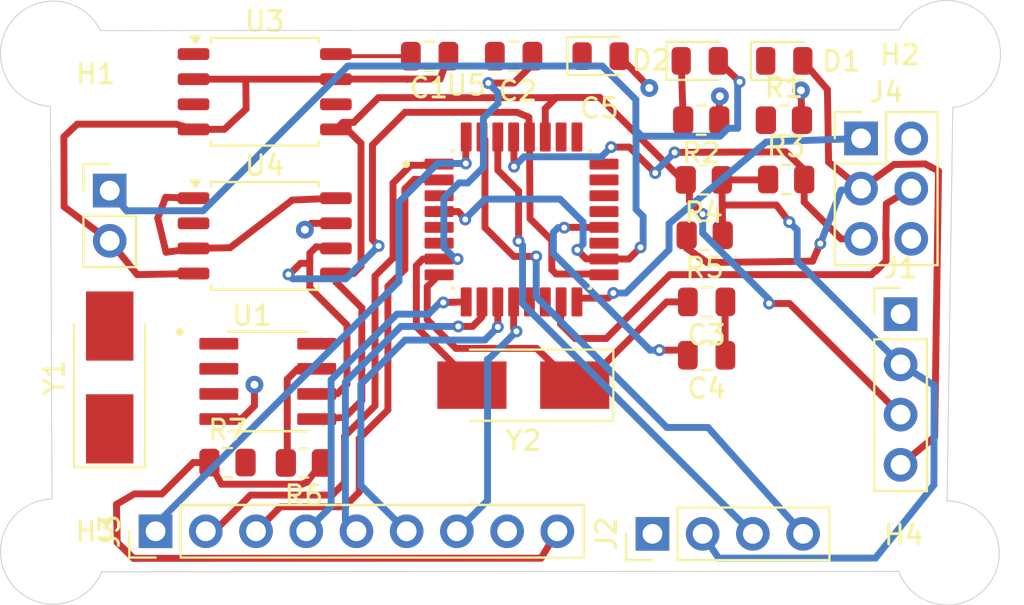
<source format=kicad_pcb>
(kicad_pcb (version 20240108) (generator "pcbnew") (generator_version "8.0")
  (title_block (title "${project_name}") (date "2025-04-07") (rev "1") (comment 1 "2-Layer PCB Version"))
  (layers (0 "F.Cu" mixed) (31 "B.Cu" mixed) (34 "B.Paste" user) (35 "F.Paste" user) (36 "B.SilkS" user "B.Silkscreen") (37 "F.SilkS" user "F.Silkscreen") (38 "B.Mask" user) (39 "F.Mask" user) (44 "Edge.Cuts" user))
  (property "project_name" "MCU Datalogger with memory and clock")
  (net 0 "")
  (net 1 "GND")
  (net 2 "Net-(U5-PB6)")
  (net 3 "Net-(U5-PB7)")
  (net 4 "Net-(U5-AREF)")
  (net 5 "Net-(D1-K)")
  (net 6 "/SCK")
  (net 7 "Net-(D2-K)")
  (net 8 "/SDA")
  (net 9 "/Vcc")
  (net 10 "/TX")
  (net 11 "/RX")
  (net 12 "/D6")
  (net 13 "/D4")
  (net 14 "/D7")
  (net 15 "/D3")
  (net 16 "/D2")
  (net 17 "/D8")
  (net 18 "/D5")
  (net 19 "/RESET")
  (net 20 "/MISO")
  (net 21 "/MOSI")
  (net 22 "Net-(U1-SQW{slash}~INT)")
  (net 23 "Net-(U1-~{INTA})")
  (net 24 "Net-(U1-X1)")
  (net 25 "Net-(U1-X2)")
  (net 35 "Net-(U1-VCC)")
  (net 36 "Net-(BT2-+)")
  (footprint "Connector_PinHeader_2.54mm:PinHeader_1x04_P2.54mm_Vertical" (layer "F.Cu") (at 212.45 91 90)
    (property "Reference" "J2")
    (property "Value" "Conn_01x04_Pin" (hide yes))
  )
  (footprint "Capacitor_SMD:C_0805_2012Metric" (layer "F.Cu") (at 201.18 66.84)
    (property "Reference" "C1")
    (property "Value" "0.1uF")
  )
  (footprint "LED_SMD:LED_0805_2012Metric" (layer "F.Cu") (at 219.1175 67.08)
    (property "Reference" "D1")
    (property "Value" "LED")
  )
  (footprint "MountingHole:MountingHole_2.1mm" (layer "F.Cu") (at 227.36 66.73)
    (property "Reference" "H2")
    (property "Value" "MountingHole" (hide yes))
  )
  (footprint "Capacitor_SMD:C_0805_2012Metric" (layer "F.Cu") (at 205.43 66.84)
    (property "Reference" "C2")
    (property "Value" "22pF")
  )
  (footprint "MountingHole:MountingHole_2.1mm" (layer "F.Cu") (at 182.14 66.73)
    (property "Reference" "H1")
    (property "Value" "MountingHole" (hide yes))
  )
  (footprint "Resistor_SMD:R_0805_2012Metric" (layer "F.Cu") (at 219.2125 73.08)
    (property "Reference" "R3")
    (property "Value" "10K")
  )
  (footprint "Crystal:Crystal_SMD_5032-2Pin_5.0x3.2mm_HandSoldering" (layer "F.Cu") (at 185 83.09 90)
    (property "Reference" "Y1")
    (property "Value" "32.768 KHz")
  )
  (footprint "Connector_PinHeader_2.54mm:PinHeader_1x04_P2.54mm_Vertical" (layer "F.Cu") (at 225 79.89)
    (property "Reference" "J1")
    (property "Value" "Conn_01x04_Pin")
  )
  (footprint "Atmega_328P:QFP80P900X900X120-32N" (layer "F.Cu") (at 205.83 75.1)
    (property "Reference" "U5")
    (property "Value" "ATMEGA328P-AU")
  )
  (footprint "530002B02500G:DS1337" (layer "F.Cu") (at 192.995 83.29)
    (property "Reference" "U1")
    (property "Value" "DS1337S_")
  )
  (footprint "Package_SO:SOIC-8_5.23x5.23mm_P1.27mm" (layer "F.Cu") (at 192.84 68.64)
    (property "Reference" "U3")
    (property "Value" "24LC1025")
  )
  (footprint "Capacitor_SMD:C_0805_2012Metric" (layer "F.Cu") (at 215.19 79.27 180)
    (property "Reference" "C3")
    (property "Value" "22pF")
  )
  (footprint "Package_SO:SOIC-8_5.23x5.23mm_P1.27mm" (layer "F.Cu") (at 192.84 75.93)
    (property "Reference" "U4")
    (property "Value" "24LC1025")
  )
  (footprint "Connector_PinHeader_2.54mm:PinHeader_1x09_P2.54mm_Vertical" (layer "F.Cu") (at 187.32 90.87 90)
    (property "Reference" "J3")
    (property "Value" "Conn_01x09" (hide yes))
  )
  (footprint "Resistor_SMD:R_0805_2012Metric" (layer "F.Cu") (at 215.0475 73.1 180)
    (property "Reference" "R4")
    (property "Value" "4.7K")
  )
  (footprint "Resistor_SMD:R_0805_2012Metric" (layer "F.Cu") (at 214.9175 70.08 180)
    (property "Reference" "R2")
    (property "Value" "330")
  )
  (footprint "Crystal:Crystal_SMD_5032-2Pin_5.0x3.2mm_HandSoldering" (layer "F.Cu") (at 205.92 83.48 180)
    (property "Reference" "Y2")
    (property "Value" "16MHz")
  )
  (footprint "Resistor_SMD:R_0805_2012Metric" (layer "F.Cu") (at 194.82 87.415 180)
    (property "Reference" "R6")
    (property "Value" "10K")
  )
  (footprint "Connector_PinHeader_2.54mm:PinHeader_2x03_P2.54mm_Vertical" (layer "F.Cu") (at 223 71)
    (property "Reference" "J4")
    (property "Value" "Conn_02x03_Counter_Clockwise" (hide yes))
  )
  (footprint "MountingHole:MountingHole_2.1mm" (layer "F.Cu") (at 182.14 91.94)
    (property "Reference" "H3")
    (property "Value" "MountingHole" (hide yes))
  )
  (footprint "Resistor_SMD:R_0805_2012Metric" (layer "F.Cu") (at 215.0925 75.9 180)
    (property "Reference" "R5")
    (property "Value" "4.7K")
  )
  (footprint "Resistor_SMD:R_0805_2012Metric" (layer "F.Cu") (at 219.1 70.08)
    (property "Reference" "R1")
    (property "Value" "330")
  )
  (footprint "LED_SMD:LED_0805_2012Metric" (layer "F.Cu") (at 209.83 66.84)
    (property "Reference" "C5")
    (property "Value" "100nF")
  )
  (footprint "Capacitor_SMD:C_0805_2012Metric" (layer "F.Cu") (at 215.19 81.97 180)
    (property "Reference" "C4")
    (property "Value" "0.1uF")
  )
  (footprint "Resistor_SMD:R_0805_2012Metric" (layer "F.Cu") (at 190.9575 87.395)
    (property "Reference" "R7")
    (property "Value" "10K")
  )
  (footprint "Connector_PinHeader_2.54mm:PinHeader_1x02_P2.54mm_Vertical" (layer "F.Cu") (at 185 73.64)
    (property "Reference" "BT2" (hide yes))
    (property "Value" "Battery")
  )
  (footprint "MountingHole:MountingHole_2.1mm" (layer "F.Cu") (at 227.36 92.01)
    (property "Reference" "H4")
    (property "Value" "MountingHole" (hide yes))
  )
  (footprint "LED_SMD:LED_0805_2012Metric" (layer "F.Cu") (at 214.8425 67.08)
    (property "Reference" "D2")
    (property "Value" "LED")
  )
  (gr_line (start 184.599237 92.915555) (end 224.900001 92.9) (stroke (width 0.05)) (layer "Edge.Cuts"))
  (gr_arc (start 224.92 65.51) (mid 229.57123 65.193742) (end 227.641991 69.437795) (stroke (width 0.05)) (layer "Edge.Cuts"))
  (gr_line (start 184.53 65.55) (end 224.92 65.51) (stroke (width 0.05)) (layer "Edge.Cuts"))
  (gr_arc (start 227.350001 89.340096) (mid 229.526438 93.460987) (end 224.900001 92.9) (stroke (width 0.05)) (layer "Edge.Cuts"))
  (gr_arc (start 182 69.379999) (mid 179.917886 65.251187) (end 184.532396 65.548827) (stroke (width 0.05)) (layer "Edge.Cuts"))
  (gr_arc (start 184.599237 92.915555) (mid 179.945345 93.404224) (end 182.08 89.240001) (stroke (width 0.05)) (layer "Edge.Cuts"))
  (gr_line (start 227.64099 69.428848) (end 227.35 89.34) (stroke (width 0.05)) (layer "Edge.Cuts"))
  (gr_line (start 182 69.38) (end 182.08 89.24) (stroke (width 0.05)) (layer "Edge.Cuts"))
  (segment (start 201.71 68) (end 202.13 66.84) (width 0.35) (layer "F.Cu") (net 1))
  (segment (start 195.195 75.295) (end 194.87 75.62) (width 0.35) (layer "F.Cu") (net 1))
  (segment (start 211.86 67.97) (end 212.29 68.45) (width 0.35) (layer "F.Cu") (net 1))
  (segment (start 191.67 85.18) (end 190.535 85.18) (width 0.35) (layer "F.Cu") (net 1))
  (segment (start 215.860633 68.87) (end 215.83 68.900633) (width 0.35) (layer "F.Cu") (net 1))
  (segment (start 189.24 77.835) (end 186.39 77.89) (width 0.35) (layer "F.Cu") (net 1))
  (segment (start 192.32 83.46) (end 192.32 84.53) (width 0.35) (layer "F.Cu") (net 1))
  (segment (start 182.695469 74.459817) (end 182.681207 70.91931) (width 0.35) (layer "F.Cu") (net 1))
  (segment (start 210.7675 66.84) (end 211.86 67.97) (width 0.35) (layer "F.Cu") (net 1))
  (segment (start 182.681207 70.91931) (end 183.36 70.28) (width 0.35) (layer "F.Cu") (net 1))
  (segment (start 192.32 84.53) (end 191.67 85.18) (width 0.35) (layer "F.Cu") (net 1))
  (segment (start 215.83 68.900633) (end 215.83 70.08) (width 0.35) (layer "F.Cu") (net 1))
  (segment (start 191.9 69.51) (end 191.88 68.005) (width 0.35) (layer "F.Cu") (net 1))
  (segment (start 220.0125 70.08) (end 219.96 68.57) (width 0.35) (layer "F.Cu") (net 1))
  (segment (start 196.44 75.295) (end 195.195 75.295) (width 0.35) (layer "F.Cu") (net 1))
  (segment (start 185 76.18) (end 182.695469 74.459817) (width 0.35) (layer "F.Cu") (net 1))
  (segment (start 188.36 70.28) (end 189.24 70.545) (width 0.35) (layer "F.Cu") (net 1))
  (segment (start 190.535 85.18) (end 190.52 85.195) (width 0.35) (layer "F.Cu") (net 1))
  (segment (start 215.98 68.87) (end 215.860633 68.87) (width 0.35) (layer "F.Cu") (net 1))
  (segment (start 200.07 68) (end 201.71 68) (width 0.35) (layer "F.Cu") (net 1))
  (segment (start 200.06 68.01) (end 200.07 68) (width 0.35) (layer "F.Cu") (net 1))
  (segment (start 186.39 77.89) (end 185 76.18) (width 0.35) (layer "F.Cu") (net 1))
  (segment (start 189.24 68.005) (end 191.88 68.005) (width 0.35) (layer "F.Cu") (net 1))
  (segment (start 191.88 68.005) (end 196.44 68.005) (width 0.35) (layer "F.Cu") (net 1))
  (segment (start 196.445 68) (end 200.05 68) (width 0.35) (layer "F.Cu") (net 1))
  (segment (start 216.125 81.955) (end 216.125 79.285) (width 0.35) (layer "F.Cu") (net 1))
  (segment (start 216.14 81.97) (end 216.125 81.955) (width 0.35) (layer "F.Cu") (net 1))
  (segment (start 183.36 70.28) (end 188.36 70.28) (width 0.35) (layer "F.Cu") (net 1))
  (segment (start 216.125 79.285) (end 216.14 79.27) (width 0.35) (layer "F.Cu") (net 1))
  (segment (start 190.8 70.54) (end 191.9 69.51) (width 0.35) (layer "F.Cu") (net 1))
  (segment (start 189.24 70.545) (end 190.8 70.54) (width 0.35) (layer "F.Cu") (net 1))
  (segment (start 196.44 68.005) (end 196.445 68) (width 0.35) (layer "F.Cu") (net 1))
  (segment (start 200.05 68) (end 200.06 68.01) (width 0.35) (layer "F.Cu") (net 1))
  (via (at 219.96 68.57) (size 0.9) (drill 0.4) (layers "F.Cu" "B.Cu") (net 1))
  (via (at 194.87 75.62) (size 0.9) (drill 0.4) (layers "F.Cu" "B.Cu") (net 1))
  (via (at 192.32 83.46) (size 0.9) (drill 0.4) (layers "F.Cu" "B.Cu") (net 1))
  (via (at 215.860633 68.87) (size 0.9) (drill 0.4) (layers "F.Cu" "B.Cu") (net 1))
  (via (at 212.29 68.45) (size 0.9) (drill 0.4) (layers "F.Cu" "B.Cu") (net 1))
  (segment (start 200.84 77.1) (end 201.66 77.1) (width 0.35) (layer "F.Cu") (net 2))
  (segment (start 200.51 77.43) (end 200.84 77.1) (width 0.35) (layer "F.Cu") (net 2))
  (segment (start 203.32 83.48) (end 203.32 83.34) (width 0.35) (layer "F.Cu") (net 2))
  (segment (start 205.44 68.2) (end 206.38 67.26) (width 0.35) (layer "F.Cu") (net 2))
  (segment (start 203.32 83.34) (end 200.51 80.53) (width 0.35) (layer "F.Cu") (net 2))
  (segment (start 204.15 68.2) (end 205.44 68.2) (width 0.35) (layer "F.Cu") (net 2))
  (segment (start 206.38 67.26) (end 206.38 66.84) (width 0.35) (layer "F.Cu") (net 2))
  (segment (start 200.51 80.53) (end 200.51 77.43) (width 0.35) (layer "F.Cu") (net 2))
  (segment (start 202.59 77.1) (end 201.66 77.1) (width 0.35) (layer "F.Cu") (net 2))
  (via (at 202.59 77.1) (size 0.6) (drill 0.3) (layers "F.Cu" "B.Cu") (net 2))
  (via (at 204.15 68.2) (size 0.6) (drill 0.3) (layers "F.Cu" "B.Cu") (net 2))
  (segment (start 202.67 73.25) (end 203.11 73.25) (width 0.35) (layer "B.Cu") (net 2))
  (segment (start 203.11 73.25) (end 203.9 72.46) (width 0.35) (layer "B.Cu") (net 2))
  (segment (start 203.9 72.46) (end 203.9 69.97) (width 0.35) (layer "B.Cu") (net 2))
  (segment (start 202.59 77.1) (end 202.49 77.1) (width 0.35) (layer "B.Cu") (net 2))
  (segment (start 203.9 69.97) (end 204.64 69.23) (width 0.35) (layer "B.Cu") (net 2))
  (segment (start 201.9 76.51) (end 201.9 74.02) (width 0.35) (layer "B.Cu") (net 2))
  (segment (start 204.64 69.23) (end 204.64 68.69) (width 0.35) (layer "B.Cu") (net 2))
  (segment (start 204.64 68.69) (end 204.15 68.2) (width 0.35) (layer "B.Cu") (net 2))
  (segment (start 201.9 74.02) (end 202.67 73.25) (width 0.35) (layer "B.Cu") (net 2))
  (segment (start 202.49 77.1) (end 201.9 76.51) (width 0.35) (layer "B.Cu") (net 2))
  (segment (start 202.51 81.62) (end 206.59 81.62) (width 0.35) (layer "F.Cu") (net 3))
  (segment (start 201.06 80.17) (end 202.51 81.62) (width 0.35) (layer "F.Cu") (net 3))
  (segment (start 201.66 77.9) (end 201.06 78.5) (width 0.35) (layer "F.Cu") (net 3))
  (segment (start 208.96 83.48) (end 213.17 79.27) (width 0.35) (layer "F.Cu") (net 3))
  (segment (start 213.17 79.27) (end 214.24 79.27) (width 0.35) (layer "F.Cu") (net 3))
  (segment (start 201.06 78.5) (end 201.06 80.17) (width 0.35) (layer "F.Cu") (net 3))
  (segment (start 206.59 81.62) (end 208.52 83.48) (width 0.35) (layer "F.Cu") (net 3))
  (segment (start 208.52 83.48) (end 208.96 83.48) (width 0.35) (layer "F.Cu") (net 3))
  (segment (start 208.006859 75.5) (end 210 75.5) (width 0.35) (layer "F.Cu") (net 4))
  (segment (start 207.99 75.516859) (end 208.006859 75.5) (width 0.35) (layer "F.Cu") (net 4))
  (segment (start 213.98 81.71) (end 212.8 81.71) (width 0.35) (layer "F.Cu") (net 4))
  (segment (start 214.24 81.97) (end 213.98 81.71) (width 0.35) (layer "F.Cu") (net 4))
  (via (at 207.99 75.516859) (size 0.6) (drill 0.3) (layers "F.Cu" "B.Cu") (net 4))
  (via (at 212.8 81.71) (size 0.6) (drill 0.3) (layers "F.Cu" "B.Cu") (net 4))
  (segment (start 212.33 81.71) (end 212.8 81.71) (width 0.35) (layer "B.Cu") (net 4))
  (segment (start 207.673141 75.516859) (end 207.44 75.75) (width 0.35) (layer "B.Cu") (net 4))
  (segment (start 207.44 75.75) (end 207.44 76.82) (width 0.35) (layer "B.Cu") (net 4))
  (segment (start 207.99 75.516859) (end 207.673141 75.516859) (width 0.35) (layer "B.Cu") (net 4))
  (segment (start 207.44 76.82) (end 212.33 81.71) (width 0.35) (layer "B.Cu") (net 4))
  (segment (start 205.6 69.68) (end 206.2 69.93) (width 0.35) (layer "F.Cu") (net 6))
  (segment (start 209.96 77.86) (end 210 77.9) (width 0.35) (layer "F.Cu") (net 6))
  (segment (start 197 83.43) (end 197 80.44) (width 0.35) (layer "F.Cu") (net 6))
  (segment (start 195.47 83.925) (end 196.52 83.91) (width 0.35) (layer "F.Cu") (net 6))
  (segment (start 195.45 76.48) (end 196.44 76.565) (width 0.35) (layer "F.Cu") (net 6))
  (segment (start 195.12 76.81) (end 195.45 76.48) (width 0.35) (layer "F.Cu") (net 6))
  (segment (start 194.09 77.88) (end 194.65 77.32) (width 0.35) (layer "F.Cu") (net 6))
  (segment (start 199.94 69.68) (end 205.6 69.68) (width 0.35) (layer "F.Cu") (net 6))
  (segment (start 220.055 67.08) (end 221.3 68.53) (width 0.35) (layer "F.Cu") (net 6))
  (segment (start 215.23 77.28) (end 220.55 77.21) (width 0.35) (layer "F.Cu") (net 6))
  (segment (start 207.36 76.16) (end 207.36 77.64) (width 0.35) (layer "F.Cu") (net 6))
  (segment (start 196.52 83.91) (end 197 83.43) (width 0.35) (layer "F.Cu") (net 6))
  (segment (start 226.918864 72.648522) (end 226.24 72.29) (width 0.35) (layer "F.Cu") (net 6))
  (segment (start 226.24 72.29) (end 224.67 72.32) (width 0.35) (layer "F.Cu") (net 6))
  (segment (start 206.23 70.93) (end 206.26 75.06) (width 0.35) (layer "F.Cu") (net 6))
  (segment (start 226.722312 86.097695) (end 226.918864 72.648522) (width 0.35) (layer "F.Cu") (net 6))
  (segment (start 221.36 72.2) (end 223 73.54) (width 0.35) (layer "F.Cu") (net 6))
  (segment (start 206.26 75.06) (end 207.36 76.16) (width 0.35) (layer "F.Cu") (net 6))
  (segment (start 198.29 71.33) (end 199.94 69.68) (width 0.35) (layer "F.Cu") (net 6))
  (segment (start 206.2 69.93) (end 206.23 70.93) (width 0.35) (layer "F.Cu") (net 6))
  (segment (start 195.12 78.56) (end 195.12 77.32) (width 0.35) (layer "F.Cu") (net 6))
  (segment (start 214.18 76.56) (end 215.23 77.28) (width 0.35) (layer "F.Cu") (net 6))
  (segment (start 194.04 77.88) (end 194.09 77.88) (width 0.35) (layer "F.Cu") (net 6))
  (segment (start 214.18 75.9) (end 214.18 76.56) (width 0.35) (layer "F.Cu") (net 6))
  (segment (start 195.12 77.32) (end 195.12 76.81) (width 0.35) (layer "F.Cu") (net 6))
  (segment (start 194.65 77.32) (end 195.12 77.32) (width 0.35) (layer "F.Cu") (net 6))
  (segment (start 225 87.51) (end 226.722312 86.097695) (width 0.35) (layer "F.Cu") (net 6))
  (segment (start 198.29 76.13) (end 198.29 71.33) (width 0.35) (layer "F.Cu") (net 6))
  (segment (start 207.36 77.64) (end 207.58 77.86) (width 0.35) (layer "F.Cu") (net 6))
  (segment (start 224.67 72.32) (end 223 73.54) (width 0.35) (layer "F.Cu") (net 6))
  (segment (start 220.55 77.21) (end 220.94 76.32) (width 0.35) (layer "F.Cu") (net 6))
  (segment (start 207.58 77.86) (end 209.96 77.86) (width 0.35) (layer "F.Cu") (net 6))
  (segment (start 196.44 76.565) (end 195.83 76.58) (width 0.35) (layer "F.Cu") (net 6))
  (segment (start 198.6 76.44) (end 198.29 76.13) (width 0.35) (layer "F.Cu") (net 6))
  (segment (start 221.3 68.53) (end 221.36 72.2) (width 0.35) (layer "F.Cu") (net 6))
  (segment (start 197 80.44) (end 195.12 78.56) (width 0.35) (layer "F.Cu") (net 6))
  (via (at 198.6 76.44) (size 0.6) (drill 0.3) (layers "F.Cu" "B.Cu") (net 6))
  (via (at 194.04 77.88) (size 0.6) (drill 0.3) (layers "F.Cu" "B.Cu") (net 6))
  (via (at 220.94 76.32) (size 0.6) (drill 0.3) (layers "F.Cu" "B.Cu") (net 6))
  (segment (start 196.94 78.1) (end 194.26 78.1) (width 0.35) (layer "B.Cu") (net 6))
  (segment (start 221.99 73.62) (end 223 73.54) (width 0.35) (layer "B.Cu") (net 6))
  (segment (start 194.26 78.1) (end 194.04 77.88) (width 0.35) (layer "B.Cu") (net 6))
  (segment (start 198.6 76.44) (end 196.94 78.1) (width 0.35) (layer "B.Cu") (net 6))
  (segment (start 220.94 76.32) (end 221.99 73.62) (width 0.35) (layer "B.Cu") (net 6))
  (segment (start 214.005 70.08) (end 213.905 67.08) (width 0.35) (layer "F.Cu") (net 7))
  (segment (start 213.96 73.1) (end 214.135 73.1) (width 0.35) (layer "F.Cu") (net 8))
  (segment (start 196.44 70.545) (end 196.795 70.19) (width 0.35) (layer "F.Cu") (net 8))
  (segment (start 214.99 74.83) (end 214.32 74.16) (width 0.35) (layer "F.Cu") (net 8))
  (segment (start 196.44 77.835) (end 197.34 77.83) (width 0.35) (layer "F.Cu") (net 8))
  (segment (start 197.75 79.57) (end 197.75 84.25) (width 0.35) (layer "F.Cu") (net 8))
  (segment (start 196.44 78.26) (end 197.75 79.57) (width 0.35) (layer "F.Cu") (net 8))
  (segment (start 219.38 79.35) (end 218.35 79.35) (width 0.35) (layer "F.Cu") (net 8))
  (segment (start 207.58 68.94) (end 207.59 68.93) (width 0.35) (layer "F.Cu") (net 8))
  (segment (start 209.79 68.93) (end 213.96 73.1) (width 0.35) (layer "F.Cu") (net 8))
  (segment (start 197.005 70.545) (end 196.44 70.545) (width 0.35) (layer "F.Cu") (net 8))
  (segment (start 207.59 68.93) (end 209.79 68.93) (width 0.35) (layer "F.Cu") (net 8))
  (segment (start 196.44 77.835) (end 196.44 78.26) (width 0.35) (layer "F.Cu") (net 8))
  (segment (start 198.59 68.94) (end 207.58 68.94) (width 0.35) (layer "F.Cu") (net 8))
  (segment (start 196.795 70.19) (end 197.34 70.19) (width 0.35) (layer "F.Cu") (net 8))
  (segment (start 197.71 77.46) (end 197.71 71.25) (width 0.35) (layer "F.Cu") (net 8))
  (segment (start 225 84.97) (end 219.38 79.35) (width 0.35) (layer "F.Cu") (net 8))
  (segment (start 197.34 77.83) (end 197.71 77.46) (width 0.35) (layer "F.Cu") (net 8))
  (segment (start 214.32 73.285) (end 214.135 73.1) (width 0.35) (layer "F.Cu") (net 8))
  (segment (start 207.59 68.93) (end 207.03 69.49) (width 0.35) (layer "F.Cu") (net 8))
  (segment (start 197.34 70.19) (end 198.59 68.94) (width 0.35) (layer "F.Cu") (net 8))
  (segment (start 197.71 71.25) (end 197.005 70.545) (width 0.35) (layer "F.Cu") (net 8))
  (segment (start 214.32 74.16) (end 214.32 73.285) (width 0.35) (layer "F.Cu") (net 8))
  (segment (start 207.03 69.49) (end 207.03 70.93) (width 0.35) (layer "F.Cu") (net 8))
  (segment (start 196.89 85.11) (end 195.47 85.195) (width 0.35) (layer "F.Cu") (net 8))
  (segment (start 197.75 84.25) (end 196.89 85.11) (width 0.35) (layer "F.Cu") (net 8))
  (via (at 218.35 79.35) (size 0.6) (drill 0.3) (layers "F.Cu" "B.Cu") (net 8))
  (via (at 214.99 74.83) (size 0.6) (drill 0.3) (layers "F.Cu" "B.Cu") (net 8))
  (segment (start 214.99 75.79) (end 214.99 74.83) (width 0.35) (layer "B.Cu") (net 8))
  (segment (start 218.35 79.15) (end 214.99 75.79) (width 0.35) (layer "B.Cu") (net 8))
  (segment (start 218.35 79.35) (end 218.35 79.15) (width 0.35) (layer "B.Cu") (net 8))
  (segment (start 218.72 74.37) (end 219.37 75.23) (width 0.35) (layer "F.Cu") (net 9))
  (segment (start 186.209988 92.239933) (end 185.38 91.44) (width 0.35) (layer "F.Cu") (net 9))
  (segment (start 190.65 88.49) (end 190.045 87.395) (width 0.35) (layer "F.Cu") (net 9))
  (segment (start 196.545 66.84) (end 200.24 66.84) (width 0.2) (layer "F.Cu") (net 9))
  (segment (start 194.23 74.12) (end 196.44 74.025) (width 0.35) (layer "F.Cu") (net 9))
  (segment (start 187.83 73.98) (end 187.43 75.03) (width 0.35) (layer "F.Cu") (net 9))
  (segment (start 216.005 75.9) (end 215.980411 74.37) (width 0.35) (layer "F.Cu") (net 9))
  (segment (start 191.09 76.53) (end 194.23 74.12) (width 0.35) (layer "F.Cu") (net 9))
  (segment (start 189.24 76.565) (end 191.09 76.53) (width 0.35) (layer "F.Cu") (net 9))
  (segment (start 187.64 88.98) (end 189.225 87.395) (width 0.35) (layer "F.Cu") (net 9))
  (segment (start 189.24 74.025) (end 187.83 73.98) (width 0.35) (layer "F.Cu") (net 9))
  (segment (start 215.980411 74.37) (end 218.72 74.37) (width 0.35) (layer "F.Cu") (net 9))
  (segment (start 215.980411 74.37) (end 215.96 73.1) (width 0.35) (layer "F.Cu") (net 9))
  (segment (start 207.64 90.87) (end 206.819939 92.231978) (width 0.35) (layer "F.Cu") (net 9))
  (segment (start 189.225 87.395) (end 190.045 87.395) (width 0.35) (layer "F.Cu") (net 9))
  (segment (start 218.28 73.1) (end 218.3 73.08) (width 0.35) (layer "F.Cu") (net 9))
  (segment (start 215.8575 73.1) (end 218.28 73.1) (width 0.35) (layer "F.Cu") (net 9))
  (segment (start 215.8375 73.08) (end 215.8575 73.1) (width 0.35) (layer "F.Cu") (net 9))
  (segment (start 185.34 89.51) (end 186.25 88.98) (width 0.35) (layer "F.Cu") (net 9))
  (segment (start 194.97 88.39) (end 194.72 88.49) (width 0.35) (layer "F.Cu") (net 9))
  (segment (start 195.7325 87.415) (end 194.97 88.39) (width 0.35) (layer "F.Cu") (net 9))
  (segment (start 187.85 76.76) (end 189.24 76.565) (width 0.35) (layer "F.Cu") (net 9))
  (segment (start 187.43 75.03) (end 187.85 76.76) (width 0.35) (layer "F.Cu") (net 9))
  (segment (start 206.819939 92.231978) (end 186.209988 92.239933) (width 0.35) (layer "F.Cu") (net 9))
  (segment (start 194.72 88.49) (end 190.65 88.49) (width 0.35) (layer "F.Cu") (net 9))
  (segment (start 196.44 66.735) (end 196.545 66.84) (width 0.2) (layer "F.Cu") (net 9))
  (segment (start 185.38 91.44) (end 185.34 89.51) (width 0.35) (layer "F.Cu") (net 9))
  (segment (start 186.25 88.98) (end 187.64 88.98) (width 0.35) (layer "F.Cu") (net 9))
  (via (at 219.37 75.23) (size 0.6) (drill 0.3) (layers "F.Cu" "B.Cu") (net 9))
  (segment (start 214.99 91) (end 215.789949 92.228516) (width 0.35) (layer "B.Cu") (net 9))
  (segment (start 215.789949 92.228516) (end 223.729994 92.225451) (width 0.35) (layer "B.Cu") (net 9))
  (segment (start 223.729994 92.225451) (end 226.686796 88.527907) (width 0.35) (layer "B.Cu") (net 9))
  (segment (start 225 82.43) (end 219.77 77.2) (width 0.35) (layer "B.Cu") (net 9))
  (segment (start 226.7 83.49) (end 225 82.43) (width 0.35) (layer "B.Cu") (net 9))
  (segment (start 219.77 77.2) (end 219.77 75.63) (width 0.35) (layer "B.Cu") (net 9))
  (segment (start 226.686796 88.527907) (end 226.7 83.49) (width 0.35) (layer "B.Cu") (net 9))
  (segment (start 219.77 75.63) (end 219.37 75.23) (width 0.35) (layer "B.Cu") (net 9))
  (segment (start 203.98 75.51) (end 203.98 71.08) (width 0.35) (layer "F.Cu") (net 10))
  (segment (start 206.57 76.97) (end 205.44 76.97) (width 0.35) (layer "F.Cu") (net 10))
  (segment (start 203.98 71.08) (end 203.83 70.93) (width 0.35) (layer "F.Cu") (net 10))
  (segment (start 205.44 76.97) (end 203.98 75.51) (width 0.35) (layer "F.Cu") (net 10))
  (via (at 206.57 76.97) (size 0.6) (drill 0.3) (layers "F.Cu" "B.Cu") (net 10))
  (segment (start 206.57 79.01) (end 213.18 85.62) (width 0.35) (layer "B.Cu") (net 10))
  (segment (start 206.57 76.97) (end 206.57 79.01) (width 0.35) (layer "B.Cu") (net 10))
  (segment (start 215.26 85.62) (end 220.07 91) (width 0.35) (layer "B.Cu") (net 10))
  (segment (start 213.18 85.62) (end 215.26 85.62) (width 0.35) (layer "B.Cu") (net 10))
  (segment (start 205.68 73.66) (end 204.63 72.61) (width 0.35) (layer "F.Cu") (net 11))
  (segment (start 205.68 76.2) (end 205.68 73.66) (width 0.35) (layer "F.Cu") (net 11))
  (segment (start 204.63 72.61) (end 204.63 70.93) (width 0.35) (layer "F.Cu") (net 11))
  (via (at 205.68 76.2) (size 0.6) (drill 0.3) (layers "F.Cu" "B.Cu") (net 11))
  (segment (start 205.88 79.35) (end 217.53 91) (width 0.35) (layer "B.Cu") (net 11))
  (segment (start 205.68 76.2) (end 205.88 76.4) (width 0.35) (layer "B.Cu") (net 11))
  (segment (start 205.88 76.4) (end 205.88 79.35) (width 0.35) (layer "B.Cu") (net 11))
  (segment (start 203.83 80.01) (end 203.83 79.27) (width 0.35) (layer "F.Cu") (net 12))
  (segment (start 202.63 80.51) (end 203.35 80.51) (width 0.35) (layer "F.Cu") (net 12))
  (segment (start 203.77 80.09) (end 203.77 80.07) (width 0.35) (layer "F.Cu") (net 12))
  (segment (start 203.77 80.07) (end 203.83 80.01) (width 0.35) (layer "F.Cu") (net 12))
  (segment (start 203.35 80.51) (end 203.77 80.09) (width 0.35) (layer "F.Cu") (net 12))
  (via (at 202.63 80.51) (size 0.6) (drill 0.3) (layers "F.Cu" "B.Cu") (net 12))
  (segment (start 202.63 80.51) (end 199.73 80.51) (width 0.35) (layer "B.Cu") (net 12))
  (segment (start 196.92 90.31) (end 197.48 90.87) (width 0.35) (layer "B.Cu") (net 12))
  (segment (start 196.92 83.32) (end 196.92 90.31) (width 0.35) (layer "B.Cu") (net 12))
  (segment (start 199.73 80.51) (end 196.92 83.32) (width 0.35) (layer "B.Cu") (net 12))
  (segment (start 200.41 73.07) (end 199.93 73.55) (width 0.35) (layer "F.Cu") (net 13))
  (segment (start 193.64 89.63) (end 192.4 90.87) (width 0.35) (layer "F.Cu") (net 13))
  (segment (start 197.62 86.18) (end 197.62 88.89) (width 0.35) (layer "F.Cu") (net 13))
  (segment (start 199.07 78.48) (end 199.07 84.73) (width 0.35) (layer "F.Cu") (net 13))
  (segment (start 196.88 89.63) (end 193.64 89.63) (width 0.35) (layer "F.Cu") (net 13))
  (segment (start 199.93 77.62) (end 199.07 78.48) (width 0.35) (layer "F.Cu") (net 13))
  (segment (start 197.62 88.89) (end 196.88 89.63) (width 0.35) (layer "F.Cu") (net 13))
  (segment (start 199.93 73.55) (end 199.93 77.62) (width 0.35) (layer "F.Cu") (net 13))
  (segment (start 201.66 73.1) (end 200.41 73.07) (width 0.35) (layer "F.Cu") (net 13))
  (segment (start 199.07 84.73) (end 197.62 86.18) (width 0.35) (layer "F.Cu") (net 13))
  (segment (start 204.63 80.54) (end 204.63 79.27) (width 0.35) (layer "F.Cu") (net 14))
  (via (at 204.63 80.54) (size 0.6) (drill 0.3) (layers "F.Cu" "B.Cu") (net 14))
  (segment (start 203.97 81.2) (end 199.94 81.2) (width 0.35) (layer "B.Cu") (net 14))
  (segment (start 197.7 83.44) (end 197.7 88.55) (width 0.35) (layer "B.Cu") (net 14))
  (segment (start 197.7 88.55) (end 200.02 90.87) (width 0.35) (layer "B.Cu") (net 14))
  (segment (start 199.94 81.2) (end 197.7 83.44) (width 0.35) (layer "B.Cu") (net 14))
  (segment (start 204.63 80.54) (end 203.97 81.2) (width 0.35) (layer "B.Cu") (net 14))
  (segment (start 198.42 84.52) (end 196.88 86.06) (width 0.35) (layer "F.Cu") (net 15))
  (segment (start 196.88 86.06) (end 196.88 88.41) (width 0.35) (layer "F.Cu") (net 15))
  (segment (start 198.42 77.96) (end 198.42 84.52) (width 0.35) (layer "F.Cu") (net 15))
  (segment (start 200.23 72.36) (end 199.33 73.26) (width 0.35) (layer "F.Cu") (net 15))
  (segment (start 196.25 89.04) (end 192.12 89.04) (width 0.35) (layer "F.Cu") (net 15))
  (segment (start 200.81 72.36) (end 200.23 72.36) (width 0.35) (layer "F.Cu") (net 15))
  (segment (start 201.66 72.3) (end 200.81 72.36) (width 0.35) (layer "F.Cu") (net 15))
  (segment (start 199.33 73.26) (end 199.33 77.05) (width 0.35) (layer "F.Cu") (net 15))
  (segment (start 196.88 88.41) (end 196.25 89.04) (width 0.35) (layer "F.Cu") (net 15))
  (segment (start 199.33 77.05) (end 198.42 77.96) (width 0.35) (layer "F.Cu") (net 15))
  (segment (start 192.12 89.04) (end 190.29 90.87) (width 0.35) (layer "F.Cu") (net 15))
  (segment (start 190.29 90.87) (end 189.86 90.87) (width 0.35) (layer "F.Cu") (net 15))
  (segment (start 203.01 70.95) (end 203.03 70.93) (width 0.35) (layer "F.Cu") (net 16))
  (segment (start 203.01 72.27) (end 203.01 70.95) (width 0.35) (layer "F.Cu") (net 16))
  (via (at 203.01 72.27) (size 0.6) (drill 0.3) (layers "F.Cu" "B.Cu") (net 16))
  (segment (start 201.58 72.27) (end 199.63 74.22) (width 0.35) (layer "B.Cu") (net 16))
  (segment (start 203.01 72.27) (end 201.58 72.27) (width 0.35) (layer "B.Cu") (net 16))
  (segment (start 199.63 78.23) (end 187.32 90.54) (width 0.35) (layer "B.Cu") (net 16))
  (segment (start 199.63 74.22) (end 199.63 78.23) (width 0.35) (layer "B.Cu") (net 16))
  (segment (start 187.32 90.54) (end 187.32 90.87) (width 0.35) (layer "B.Cu") (net 16))
  (segment (start 205.43 80.618544) (end 205.571456 80.76) (width 0.35) (layer "F.Cu") (net 17))
  (segment (start 205.43 79.27) (end 205.43 80.618544) (width 0.35) (layer "F.Cu") (net 17))
  (via (at 205.571456 80.76) (size 0.6) (drill 0.3) (layers "F.Cu" "B.Cu") (net 17))
  (segment (start 205.571456 80.76) (end 205.57 80.76) (width 0.35) (layer "B.Cu") (net 17))
  (segment (start 204.11 89.32) (end 202.56 90.87) (width 0.35) (layer "B.Cu") (net 17))
  (segment (start 204.11 82.17) (end 204.11 89.32) (width 0.35) (layer "B.Cu") (net 17))
  (segment (start 205.57 80.76) (end 204.16 82.17) (width 0.35) (layer "B.Cu") (net 17))
  (segment (start 204.16 82.17) (end 204.11 82.17) (width 0.35) (layer "B.Cu") (net 17))
  (segment (start 201.87 79.3) (end 203.03 79.27) (width 0.35) (layer "F.Cu") (net 18))
  (via (at 201.87 79.3) (size 0.6) (drill 0.3) (layers "F.Cu" "B.Cu") (net 18))
  (segment (start 196.2 83.21) (end 196.2 89.61) (width 0.35) (layer "B.Cu") (net 18))
  (segment (start 199.52 79.89) (end 196.2 83.21) (width 0.35) (layer "B.Cu") (net 18))
  (segment (start 201.87 79.3) (end 201.71 79.3) (width 0.35) (layer "B.Cu") (net 18))
  (segment (start 201.71 79.3) (end 201.12 79.89) (width 0.35) (layer "B.Cu") (net 18))
  (segment (start 196.2 89.61) (end 194.94 90.87) (width 0.35) (layer "B.Cu") (net 18))
  (segment (start 201.12 79.89) (end 199.52 79.89) (width 0.35) (layer "B.Cu") (net 18))
  (segment (start 220.125 74.215) (end 221.99 76.08) (width 0.35) (layer "F.Cu") (net 19))
  (segment (start 211.28 71.44) (end 210.36 71.44) (width 0.35) (layer "F.Cu") (net 19))
  (segment (start 221.99 76.08) (end 223 76.08) (width 0.35) (layer "F.Cu") (net 19))
  (segment (start 212.59 72.75) (end 211.28 71.44) (width 0.35) (layer "F.Cu") (net 19))
  (segment (start 220.125 73.08) (end 220.125 74.215) (width 0.35) (layer "F.Cu") (net 19))
  (segment (start 205.45 72.43) (end 205.43 70.93) (width 0.35) (layer "F.Cu") (net 19))
  (segment (start 219.18 71.68) (end 213.57 71.71) (width 0.35) (layer "F.Cu") (net 19))
  (segment (start 220.14 72.6) (end 219.18 71.68) (width 0.35) (layer "F.Cu") (net 19))
  (segment (start 220.125 73.08) (end 220.14 72.6) (width 0.35) (layer "F.Cu") (net 19))
  (via (at 210.36 71.44) (size 0.6) (drill 0.3) (layers "F.Cu" "B.Cu") (net 19))
  (via (at 213.57 71.71) (size 0.6) (drill 0.3) (layers "F.Cu" "B.Cu") (net 19))
  (via (at 205.45 72.43) (size 0.6) (drill 0.3) (layers "F.Cu" "B.Cu") (net 19))
  (via (at 212.59 72.75) (size 0.6) (drill 0.3) (layers "F.Cu" "B.Cu") (net 19))
  (segment (start 209.87 71.93) (end 205.95 71.93) (width 0.35) (layer "B.Cu") (net 19))
  (segment (start 212.59 72.75) (end 212.59 72.69) (width 0.35) (layer "B.Cu") (net 19))
  (segment (start 212.59 72.69) (end 213.57 71.71) (width 0.35) (layer "B.Cu") (net 19))
  (segment (start 210.36 71.44) (end 209.87 71.93) (width 0.35) (layer "B.Cu") (net 19))
  (segment (start 205.95 71.93) (end 205.45 72.43) (width 0.35) (layer "B.Cu") (net 19))
  (segment (start 210.21 79.08) (end 208.82 79.08) (width 0.35) (layer "F.Cu") (net 20))
  (segment (start 208.82 79.08) (end 208.63 79.27) (width 0.35) (layer "F.Cu") (net 20))
  (segment (start 210.47 78.82) (end 210.21 79.08) (width 0.35) (layer "F.Cu") (net 20))
  (via (at 210.47 78.82) (size 0.6) (drill 0.3) (layers "F.Cu" "B.Cu") (net 20))
  (segment (start 223 71) (end 218.21 71.18) (width 0.35) (layer "B.Cu") (net 20))
  (segment (start 213.29 75.31) (end 213.29 76.63) (width 0.35) (layer "B.Cu") (net 20))
  (segment (start 218.21 71.18) (end 213.29 75.31) (width 0.35) (layer "B.Cu") (net 20))
  (segment (start 213.29 76.63) (end 211.1 78.82) (width 0.35) (layer "B.Cu") (net 20))
  (segment (start 211.1 78.82) (end 210.47 78.82) (width 0.35) (layer "B.Cu") (net 20))
  (segment (start 224.25 76.05) (end 224.28 74.3) (width 0.35) (layer "F.Cu") (net 21))
  (segment (start 213.34 77.89) (end 223.535 77.89) (width 0.35) (layer "F.Cu") (net 21))
  (segment (start 224.27 76.07) (end 224.25 76.05) (width 0.35) (layer "F.Cu") (net 21))
  (segment (start 208.54 81.12) (end 210.11 81.12) (width 0.35) (layer "F.Cu") (net 21))
  (segment (start 207.8 80.38) (end 208.54 81.12) (width 0.35) (layer "F.Cu") (net 21))
  (segment (start 210.11 81.12) (end 213.34 77.89) (width 0.35) (layer "F.Cu") (net 21))
  (segment (start 223.725 77.7) (end 223.76 77.7) (width 0.35) (layer "F.Cu") (net 21))
  (segment (start 223.535 77.89) (end 223.725 77.7) (width 0.35) (layer "F.Cu") (net 21))
  (segment (start 224.27 77.19) (end 224.27 76.07) (width 0.35) (layer "F.Cu") (net 21))
  (segment (start 224.28 74.3) (end 225.54 73.54) (width 0.35) (layer "F.Cu") (net 21))
  (segment (start 223.76 77.7) (end 224.27 77.19) (width 0.35) (layer "F.Cu") (net 21))
  (segment (start 207.83 79.27) (end 207.8 80.38) (width 0.35) (layer "F.Cu") (net 21))
  (segment (start 193.98 87.3425) (end 193.9075 87.415) (width 0.35) (layer "F.Cu") (net 22))
  (segment (start 194.5 82.66) (end 193.98 83.18) (width 0.35) (layer "F.Cu") (net 22))
  (segment (start 193.98 83.18) (end 193.98 87.3425) (width 0.35) (layer "F.Cu") (net 22))
  (segment (start 195.47 82.655) (end 194.5 82.66) (width 0.35) (layer "F.Cu") (net 22))
  (segment (start 201.66 74.7) (end 202.63 74.7) (width 0.35) (layer "F.Cu") (net 36))
  (segment (start 211.85 76.51) (end 211.26 77.1) (width 0.35) (layer "F.Cu") (net 36))
  (segment (start 215.78 67.08) (end 216.86 68.14) (width 0.35) (layer "F.Cu") (net 36))
  (segment (start 211.26 77.1) (end 210 77.1) (width 0.35) (layer "F.Cu") (net 36))
  (segment (start 209.09 77.09) (end 208.65 76.64) (width 0.35) (layer "F.Cu") (net 36))
  (segment (start 202.63 74.7) (end 202.98 75.1) (width 0.35) (layer "F.Cu") (net 36))
  (segment (start 215.78 67.08) (end 215.76 66.72) (width 0.35) (layer "F.Cu") (net 36))
  (segment (start 210 77.1) (end 209.09 77.09) (width 0.35) (layer "F.Cu") (net 36))
  (via (at 202.98 75.1) (size 0.6) (drill 0.3) (layers "F.Cu" "B.Cu") (net 36))
  (via (at 211.85 76.51) (size 0.6) (drill 0.3) (layers "F.Cu" "B.Cu") (net 36))
  (via (at 208.65 76.64) (size 0.6) (drill 0.3) (layers "F.Cu" "B.Cu") (net 36))
  (via (at 216.86 68.14) (size 0.6) (drill 0.3) (layers "F.Cu" "B.Cu") (net 36))
  (segment (start 202.98 75.1) (end 202.98 75.07) (width 0.35) (layer "B.Cu") (net 36))
  (segment (start 216.76 70.49) (end 216.76 68.24) (width 0.35) (layer "B.Cu") (net 36))
  (segment (start 202.98 75.07) (end 203.98 74.07) (width 0.35) (layer "B.Cu") (net 36))
  (segment (start 216.270898 70.49) (end 216.76 70.49) (width 0.35) (layer "B.Cu") (net 36))
  (segment (start 211.61 70.59) (end 211.91 70.89) (width 0.35) (layer "B.Cu") (net 36))
  (segment (start 211.62 70.6) (end 211.91 70.89) (width 0.35) (layer "B.Cu") (net 36))
  (segment (start 185 73.64) (end 185.85 74.66) (width 0.35) (layer "B.Cu") (net 36))
  (segment (start 216.76 68.24) (end 216.86 68.14) (width 0.35) (layer "B.Cu") (net 36))
  (segment (start 211.91 70.89) (end 215.870898 70.89) (width 0.35) (layer "B.Cu") (net 36))
  (segment (start 211.62 74.59) (end 211.62 70.6) (width 0.35) (layer "B.Cu") (net 36))
  (segment (start 211.98 76.38) (end 211.98 74.95) (width 0.35) (layer "B.Cu") (net 36))
  (segment (start 208.94 76.35) (end 208.65 76.64) (width 0.35) (layer "B.Cu") (net 36))
  (segment (start 197.04 67.34) (end 209.91 67.34) (width 0.35) (layer "B.Cu") (net 36))
  (segment (start 189.72 74.66) (end 197.04 67.34) (width 0.35) (layer "B.Cu") (net 36))
  (segment (start 203.98 74.07) (end 207.77 74.07) (width 0.35) (layer "B.Cu") (net 36))
  (segment (start 209.91 67.34) (end 211.61 69.04) (width 0.35) (layer "B.Cu") (net 36))
  (segment (start 207.77 74.07) (end 208.94 75.24) (width 0.35) (layer "B.Cu") (net 36))
  (segment (start 211.85 76.51) (end 211.98 76.38) (width 0.35) (layer "B.Cu") (net 36))
  (segment (start 215.870898 70.89) (end 216.270898 70.49) (width 0.35) (layer "B.Cu") (net 36))
  (segment (start 211.61 69.04) (end 211.61 70.59) (width 0.35) (layer "B.Cu") (net 36))
  (segment (start 211.98 74.95) (end 211.62 74.59) (width 0.35) (layer "B.Cu") (net 36))
  (segment (start 208.94 75.24) (end 208.94 76.35) (width 0.35) (layer "B.Cu") (net 36))
  (segment (start 185.85 74.66) (end 189.72 74.66) (width 0.35) (layer "B.Cu") (net 36))
)
</source>
